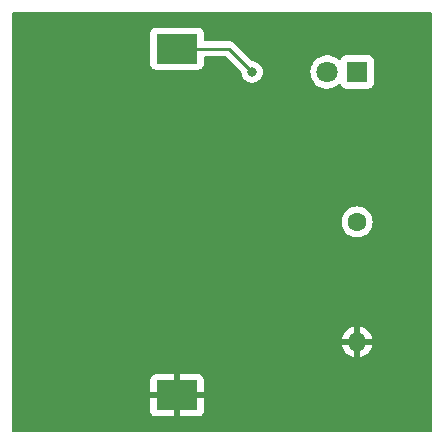
<source format=gbr>
%TF.GenerationSoftware,KiCad,Pcbnew,6.0.4-6f826c9f35~116~ubuntu20.04.1*%
%TF.CreationDate,2022-06-01T18:14:12+02:00*%
%TF.ProjectId,CursoKicad_CircularFab2022_1,43757273-6f4b-4696-9361-645f43697263,rev?*%
%TF.SameCoordinates,Original*%
%TF.FileFunction,Copper,L2,Bot*%
%TF.FilePolarity,Positive*%
%FSLAX46Y46*%
G04 Gerber Fmt 4.6, Leading zero omitted, Abs format (unit mm)*
G04 Created by KiCad (PCBNEW 6.0.4-6f826c9f35~116~ubuntu20.04.1) date 2022-06-01 18:14:12*
%MOMM*%
%LPD*%
G01*
G04 APERTURE LIST*
%TA.AperFunction,ComponentPad*%
%ADD10C,1.600000*%
%TD*%
%TA.AperFunction,ComponentPad*%
%ADD11O,1.600000X1.600000*%
%TD*%
%TA.AperFunction,ComponentPad*%
%ADD12R,1.800000X1.800000*%
%TD*%
%TA.AperFunction,ComponentPad*%
%ADD13C,1.800000*%
%TD*%
%TA.AperFunction,SMDPad,CuDef*%
%ADD14R,3.510000X2.540000*%
%TD*%
%TA.AperFunction,ViaPad*%
%ADD15C,0.800000*%
%TD*%
%TA.AperFunction,Conductor*%
%ADD16C,0.250000*%
%TD*%
G04 APERTURE END LIST*
D10*
%TO.P,R1,1*%
%TO.N,Net-(D1-Pad1)*%
X161290000Y-87630000D03*
D11*
%TO.P,R1,2*%
%TO.N,GND*%
X161290000Y-97790000D03*
%TD*%
D12*
%TO.P,D1,1,K*%
%TO.N,Net-(D1-Pad1)*%
X161290000Y-74930000D03*
D13*
%TO.P,D1,2,A*%
%TO.N,VCC*%
X158750000Y-74930000D03*
%TD*%
D14*
%TO.P,BT1,1,+*%
%TO.N,VCC*%
X146050000Y-72950000D03*
%TO.P,BT1,2,-*%
%TO.N,GND*%
X146050000Y-102310000D03*
%TD*%
D15*
%TO.N,VCC*%
X152400000Y-74930000D03*
%TD*%
D16*
%TO.N,VCC*%
X150420000Y-72950000D02*
X146050000Y-72950000D01*
X152400000Y-74930000D02*
X150420000Y-72950000D01*
%TD*%
%TA.AperFunction,Conductor*%
%TO.N,GND*%
G36*
X167582121Y-69870002D02*
G01*
X167628614Y-69923658D01*
X167640000Y-69976000D01*
X167640000Y-105284000D01*
X167619998Y-105352121D01*
X167566342Y-105398614D01*
X167514000Y-105410000D01*
X132206000Y-105410000D01*
X132137879Y-105389998D01*
X132091386Y-105336342D01*
X132080000Y-105284000D01*
X132080000Y-103624669D01*
X143787001Y-103624669D01*
X143787371Y-103631490D01*
X143792895Y-103682352D01*
X143796521Y-103697604D01*
X143841676Y-103818054D01*
X143850214Y-103833649D01*
X143926715Y-103935724D01*
X143939276Y-103948285D01*
X144041351Y-104024786D01*
X144056946Y-104033324D01*
X144177394Y-104078478D01*
X144192649Y-104082105D01*
X144243514Y-104087631D01*
X144250328Y-104088000D01*
X145777885Y-104088000D01*
X145793124Y-104083525D01*
X145794329Y-104082135D01*
X145796000Y-104074452D01*
X145796000Y-104069884D01*
X146304000Y-104069884D01*
X146308475Y-104085123D01*
X146309865Y-104086328D01*
X146317548Y-104087999D01*
X147849669Y-104087999D01*
X147856490Y-104087629D01*
X147907352Y-104082105D01*
X147922604Y-104078479D01*
X148043054Y-104033324D01*
X148058649Y-104024786D01*
X148160724Y-103948285D01*
X148173285Y-103935724D01*
X148249786Y-103833649D01*
X148258324Y-103818054D01*
X148303478Y-103697606D01*
X148307105Y-103682351D01*
X148312631Y-103631486D01*
X148313000Y-103624672D01*
X148313000Y-102582115D01*
X148308525Y-102566876D01*
X148307135Y-102565671D01*
X148299452Y-102564000D01*
X146322115Y-102564000D01*
X146306876Y-102568475D01*
X146305671Y-102569865D01*
X146304000Y-102577548D01*
X146304000Y-104069884D01*
X145796000Y-104069884D01*
X145796000Y-102582115D01*
X145791525Y-102566876D01*
X145790135Y-102565671D01*
X145782452Y-102564000D01*
X143805116Y-102564000D01*
X143789877Y-102568475D01*
X143788672Y-102569865D01*
X143787001Y-102577548D01*
X143787001Y-103624669D01*
X132080000Y-103624669D01*
X132080000Y-102037885D01*
X143787000Y-102037885D01*
X143791475Y-102053124D01*
X143792865Y-102054329D01*
X143800548Y-102056000D01*
X145777885Y-102056000D01*
X145793124Y-102051525D01*
X145794329Y-102050135D01*
X145796000Y-102042452D01*
X145796000Y-102037885D01*
X146304000Y-102037885D01*
X146308475Y-102053124D01*
X146309865Y-102054329D01*
X146317548Y-102056000D01*
X148294884Y-102056000D01*
X148310123Y-102051525D01*
X148311328Y-102050135D01*
X148312999Y-102042452D01*
X148312999Y-100995331D01*
X148312629Y-100988510D01*
X148307105Y-100937648D01*
X148303479Y-100922396D01*
X148258324Y-100801946D01*
X148249786Y-100786351D01*
X148173285Y-100684276D01*
X148160724Y-100671715D01*
X148058649Y-100595214D01*
X148043054Y-100586676D01*
X147922606Y-100541522D01*
X147907351Y-100537895D01*
X147856486Y-100532369D01*
X147849672Y-100532000D01*
X146322115Y-100532000D01*
X146306876Y-100536475D01*
X146305671Y-100537865D01*
X146304000Y-100545548D01*
X146304000Y-102037885D01*
X145796000Y-102037885D01*
X145796000Y-100550116D01*
X145791525Y-100534877D01*
X145790135Y-100533672D01*
X145782452Y-100532001D01*
X144250331Y-100532001D01*
X144243510Y-100532371D01*
X144192648Y-100537895D01*
X144177396Y-100541521D01*
X144056946Y-100586676D01*
X144041351Y-100595214D01*
X143939276Y-100671715D01*
X143926715Y-100684276D01*
X143850214Y-100786351D01*
X143841676Y-100801946D01*
X143796522Y-100922394D01*
X143792895Y-100937649D01*
X143787369Y-100988514D01*
X143787000Y-100995328D01*
X143787000Y-102037885D01*
X132080000Y-102037885D01*
X132080000Y-98056522D01*
X160007273Y-98056522D01*
X160054764Y-98233761D01*
X160058510Y-98244053D01*
X160150586Y-98441511D01*
X160156069Y-98451007D01*
X160281028Y-98629467D01*
X160288084Y-98637875D01*
X160442125Y-98791916D01*
X160450533Y-98798972D01*
X160628993Y-98923931D01*
X160638489Y-98929414D01*
X160835947Y-99021490D01*
X160846239Y-99025236D01*
X161018503Y-99071394D01*
X161032599Y-99071058D01*
X161036000Y-99063116D01*
X161036000Y-99057967D01*
X161544000Y-99057967D01*
X161547973Y-99071498D01*
X161556522Y-99072727D01*
X161733761Y-99025236D01*
X161744053Y-99021490D01*
X161941511Y-98929414D01*
X161951007Y-98923931D01*
X162129467Y-98798972D01*
X162137875Y-98791916D01*
X162291916Y-98637875D01*
X162298972Y-98629467D01*
X162423931Y-98451007D01*
X162429414Y-98441511D01*
X162521490Y-98244053D01*
X162525236Y-98233761D01*
X162571394Y-98061497D01*
X162571058Y-98047401D01*
X162563116Y-98044000D01*
X161562115Y-98044000D01*
X161546876Y-98048475D01*
X161545671Y-98049865D01*
X161544000Y-98057548D01*
X161544000Y-99057967D01*
X161036000Y-99057967D01*
X161036000Y-98062115D01*
X161031525Y-98046876D01*
X161030135Y-98045671D01*
X161022452Y-98044000D01*
X160022033Y-98044000D01*
X160008502Y-98047973D01*
X160007273Y-98056522D01*
X132080000Y-98056522D01*
X132080000Y-97518503D01*
X160008606Y-97518503D01*
X160008942Y-97532599D01*
X160016884Y-97536000D01*
X161017885Y-97536000D01*
X161033124Y-97531525D01*
X161034329Y-97530135D01*
X161036000Y-97522452D01*
X161036000Y-97517885D01*
X161544000Y-97517885D01*
X161548475Y-97533124D01*
X161549865Y-97534329D01*
X161557548Y-97536000D01*
X162557967Y-97536000D01*
X162571498Y-97532027D01*
X162572727Y-97523478D01*
X162525236Y-97346239D01*
X162521490Y-97335947D01*
X162429414Y-97138489D01*
X162423931Y-97128993D01*
X162298972Y-96950533D01*
X162291916Y-96942125D01*
X162137875Y-96788084D01*
X162129467Y-96781028D01*
X161951007Y-96656069D01*
X161941511Y-96650586D01*
X161744053Y-96558510D01*
X161733761Y-96554764D01*
X161561497Y-96508606D01*
X161547401Y-96508942D01*
X161544000Y-96516884D01*
X161544000Y-97517885D01*
X161036000Y-97517885D01*
X161036000Y-96522033D01*
X161032027Y-96508502D01*
X161023478Y-96507273D01*
X160846239Y-96554764D01*
X160835947Y-96558510D01*
X160638489Y-96650586D01*
X160628993Y-96656069D01*
X160450533Y-96781028D01*
X160442125Y-96788084D01*
X160288084Y-96942125D01*
X160281028Y-96950533D01*
X160156069Y-97128993D01*
X160150586Y-97138489D01*
X160058510Y-97335947D01*
X160054764Y-97346239D01*
X160008606Y-97518503D01*
X132080000Y-97518503D01*
X132080000Y-87630000D01*
X159976502Y-87630000D01*
X159996457Y-87858087D01*
X160055716Y-88079243D01*
X160058039Y-88084224D01*
X160058039Y-88084225D01*
X160150151Y-88281762D01*
X160150154Y-88281767D01*
X160152477Y-88286749D01*
X160283802Y-88474300D01*
X160445700Y-88636198D01*
X160450208Y-88639355D01*
X160450211Y-88639357D01*
X160528389Y-88694098D01*
X160633251Y-88767523D01*
X160638233Y-88769846D01*
X160638238Y-88769849D01*
X160835775Y-88861961D01*
X160840757Y-88864284D01*
X160846065Y-88865706D01*
X160846067Y-88865707D01*
X161056598Y-88922119D01*
X161056600Y-88922119D01*
X161061913Y-88923543D01*
X161290000Y-88943498D01*
X161518087Y-88923543D01*
X161523400Y-88922119D01*
X161523402Y-88922119D01*
X161733933Y-88865707D01*
X161733935Y-88865706D01*
X161739243Y-88864284D01*
X161744225Y-88861961D01*
X161941762Y-88769849D01*
X161941767Y-88769846D01*
X161946749Y-88767523D01*
X162051611Y-88694098D01*
X162129789Y-88639357D01*
X162129792Y-88639355D01*
X162134300Y-88636198D01*
X162296198Y-88474300D01*
X162427523Y-88286749D01*
X162429846Y-88281767D01*
X162429849Y-88281762D01*
X162521961Y-88084225D01*
X162521961Y-88084224D01*
X162524284Y-88079243D01*
X162583543Y-87858087D01*
X162603498Y-87630000D01*
X162583543Y-87401913D01*
X162524284Y-87180757D01*
X162521961Y-87175775D01*
X162429849Y-86978238D01*
X162429846Y-86978233D01*
X162427523Y-86973251D01*
X162296198Y-86785700D01*
X162134300Y-86623802D01*
X162129792Y-86620645D01*
X162129789Y-86620643D01*
X162051611Y-86565902D01*
X161946749Y-86492477D01*
X161941767Y-86490154D01*
X161941762Y-86490151D01*
X161744225Y-86398039D01*
X161744224Y-86398039D01*
X161739243Y-86395716D01*
X161733935Y-86394294D01*
X161733933Y-86394293D01*
X161523402Y-86337881D01*
X161523400Y-86337881D01*
X161518087Y-86336457D01*
X161290000Y-86316502D01*
X161061913Y-86336457D01*
X161056600Y-86337881D01*
X161056598Y-86337881D01*
X160846067Y-86394293D01*
X160846065Y-86394294D01*
X160840757Y-86395716D01*
X160835776Y-86398039D01*
X160835775Y-86398039D01*
X160638238Y-86490151D01*
X160638233Y-86490154D01*
X160633251Y-86492477D01*
X160528389Y-86565902D01*
X160450211Y-86620643D01*
X160450208Y-86620645D01*
X160445700Y-86623802D01*
X160283802Y-86785700D01*
X160152477Y-86973251D01*
X160150154Y-86978233D01*
X160150151Y-86978238D01*
X160058039Y-87175775D01*
X160055716Y-87180757D01*
X159996457Y-87401913D01*
X159976502Y-87630000D01*
X132080000Y-87630000D01*
X132080000Y-74268134D01*
X143786500Y-74268134D01*
X143793255Y-74330316D01*
X143844385Y-74466705D01*
X143931739Y-74583261D01*
X144048295Y-74670615D01*
X144184684Y-74721745D01*
X144246866Y-74728500D01*
X147853134Y-74728500D01*
X147915316Y-74721745D01*
X148051705Y-74670615D01*
X148168261Y-74583261D01*
X148255615Y-74466705D01*
X148306745Y-74330316D01*
X148313500Y-74268134D01*
X148313500Y-73709500D01*
X148333502Y-73641379D01*
X148387158Y-73594886D01*
X148439500Y-73583500D01*
X150105406Y-73583500D01*
X150173527Y-73603502D01*
X150194501Y-73620405D01*
X151452878Y-74878783D01*
X151486904Y-74941095D01*
X151489093Y-74954706D01*
X151506458Y-75119928D01*
X151565473Y-75301556D01*
X151660960Y-75466944D01*
X151788747Y-75608866D01*
X151943248Y-75721118D01*
X151949276Y-75723802D01*
X151949278Y-75723803D01*
X152049944Y-75768622D01*
X152117712Y-75798794D01*
X152211112Y-75818647D01*
X152298056Y-75837128D01*
X152298061Y-75837128D01*
X152304513Y-75838500D01*
X152495487Y-75838500D01*
X152501939Y-75837128D01*
X152501944Y-75837128D01*
X152588888Y-75818647D01*
X152682288Y-75798794D01*
X152750056Y-75768622D01*
X152850722Y-75723803D01*
X152850724Y-75723802D01*
X152856752Y-75721118D01*
X153011253Y-75608866D01*
X153139040Y-75466944D01*
X153234527Y-75301556D01*
X153293542Y-75119928D01*
X153313504Y-74930000D01*
X153309875Y-74895469D01*
X157337095Y-74895469D01*
X157337392Y-74900622D01*
X157337392Y-74900625D01*
X157349658Y-75113365D01*
X157350427Y-75126697D01*
X157351564Y-75131743D01*
X157351565Y-75131749D01*
X157383741Y-75274523D01*
X157401346Y-75352642D01*
X157488484Y-75567237D01*
X157609501Y-75764719D01*
X157761147Y-75939784D01*
X157939349Y-76087730D01*
X158139322Y-76204584D01*
X158355694Y-76287209D01*
X158360760Y-76288240D01*
X158360761Y-76288240D01*
X158413846Y-76299040D01*
X158582656Y-76333385D01*
X158712089Y-76338131D01*
X158808949Y-76341683D01*
X158808953Y-76341683D01*
X158814113Y-76341872D01*
X158819233Y-76341216D01*
X158819235Y-76341216D01*
X158893166Y-76331745D01*
X159043847Y-76312442D01*
X159048795Y-76310957D01*
X159048802Y-76310956D01*
X159260747Y-76247369D01*
X159265690Y-76245886D01*
X159346236Y-76206427D01*
X159469049Y-76146262D01*
X159469052Y-76146260D01*
X159473684Y-76143991D01*
X159662243Y-76009494D01*
X159707309Y-75964585D01*
X159769681Y-75930669D01*
X159840487Y-75935857D01*
X159897249Y-75978503D01*
X159914231Y-76009607D01*
X159939385Y-76076705D01*
X160026739Y-76193261D01*
X160143295Y-76280615D01*
X160279684Y-76331745D01*
X160341866Y-76338500D01*
X162238134Y-76338500D01*
X162300316Y-76331745D01*
X162436705Y-76280615D01*
X162553261Y-76193261D01*
X162640615Y-76076705D01*
X162691745Y-75940316D01*
X162698500Y-75878134D01*
X162698500Y-73981866D01*
X162691745Y-73919684D01*
X162640615Y-73783295D01*
X162553261Y-73666739D01*
X162436705Y-73579385D01*
X162300316Y-73528255D01*
X162238134Y-73521500D01*
X160341866Y-73521500D01*
X160279684Y-73528255D01*
X160143295Y-73579385D01*
X160026739Y-73666739D01*
X159939385Y-73783295D01*
X159936233Y-73791703D01*
X159936232Y-73791705D01*
X159915538Y-73846906D01*
X159872897Y-73903671D01*
X159806335Y-73928371D01*
X159736986Y-73913164D01*
X159714167Y-73896666D01*
X159713887Y-73896358D01*
X159581373Y-73791705D01*
X159536177Y-73756011D01*
X159536172Y-73756008D01*
X159532123Y-73752810D01*
X159527607Y-73750317D01*
X159527604Y-73750315D01*
X159333879Y-73643373D01*
X159333875Y-73643371D01*
X159329355Y-73640876D01*
X159324486Y-73639152D01*
X159324482Y-73639150D01*
X159115903Y-73565288D01*
X159115899Y-73565287D01*
X159111028Y-73563562D01*
X159105935Y-73562655D01*
X159105932Y-73562654D01*
X158888095Y-73523851D01*
X158888089Y-73523850D01*
X158883006Y-73522945D01*
X158810096Y-73522054D01*
X158656581Y-73520179D01*
X158656579Y-73520179D01*
X158651411Y-73520116D01*
X158422464Y-73555150D01*
X158202314Y-73627106D01*
X158197726Y-73629494D01*
X158197722Y-73629496D01*
X158044036Y-73709500D01*
X157996872Y-73734052D01*
X157992739Y-73737155D01*
X157992736Y-73737157D01*
X157815790Y-73870012D01*
X157811655Y-73873117D01*
X157651639Y-74040564D01*
X157648725Y-74044836D01*
X157648724Y-74044837D01*
X157575348Y-74152402D01*
X157521119Y-74231899D01*
X157423602Y-74441981D01*
X157361707Y-74665169D01*
X157337095Y-74895469D01*
X153309875Y-74895469D01*
X153293542Y-74740072D01*
X153234527Y-74558444D01*
X153139040Y-74393056D01*
X153011253Y-74251134D01*
X152856752Y-74138882D01*
X152850724Y-74136198D01*
X152850722Y-74136197D01*
X152688319Y-74063891D01*
X152688318Y-74063891D01*
X152682288Y-74061206D01*
X152585176Y-74040564D01*
X152501944Y-74022872D01*
X152501939Y-74022872D01*
X152495487Y-74021500D01*
X152439594Y-74021500D01*
X152371473Y-74001498D01*
X152350499Y-73984595D01*
X150923652Y-72557747D01*
X150916112Y-72549461D01*
X150912000Y-72542982D01*
X150862348Y-72496356D01*
X150859507Y-72493602D01*
X150839770Y-72473865D01*
X150836573Y-72471385D01*
X150827551Y-72463680D01*
X150801100Y-72438841D01*
X150795321Y-72433414D01*
X150788375Y-72429595D01*
X150788372Y-72429593D01*
X150777566Y-72423652D01*
X150761047Y-72412801D01*
X150760583Y-72412441D01*
X150745041Y-72400386D01*
X150737772Y-72397241D01*
X150737768Y-72397238D01*
X150704463Y-72382826D01*
X150693813Y-72377609D01*
X150655060Y-72356305D01*
X150635437Y-72351267D01*
X150616734Y-72344863D01*
X150605420Y-72339967D01*
X150605419Y-72339967D01*
X150598145Y-72336819D01*
X150590322Y-72335580D01*
X150590312Y-72335577D01*
X150554476Y-72329901D01*
X150542856Y-72327495D01*
X150507711Y-72318472D01*
X150507710Y-72318472D01*
X150500030Y-72316500D01*
X150479776Y-72316500D01*
X150460065Y-72314949D01*
X150447886Y-72313020D01*
X150440057Y-72311780D01*
X150432165Y-72312526D01*
X150396039Y-72315941D01*
X150384181Y-72316500D01*
X148439500Y-72316500D01*
X148371379Y-72296498D01*
X148324886Y-72242842D01*
X148313500Y-72190500D01*
X148313500Y-71631866D01*
X148306745Y-71569684D01*
X148255615Y-71433295D01*
X148168261Y-71316739D01*
X148051705Y-71229385D01*
X147915316Y-71178255D01*
X147853134Y-71171500D01*
X144246866Y-71171500D01*
X144184684Y-71178255D01*
X144048295Y-71229385D01*
X143931739Y-71316739D01*
X143844385Y-71433295D01*
X143793255Y-71569684D01*
X143786500Y-71631866D01*
X143786500Y-74268134D01*
X132080000Y-74268134D01*
X132080000Y-69976000D01*
X132100002Y-69907879D01*
X132153658Y-69861386D01*
X132206000Y-69850000D01*
X167514000Y-69850000D01*
X167582121Y-69870002D01*
G37*
%TD.AperFunction*%
%TD*%
M02*

</source>
